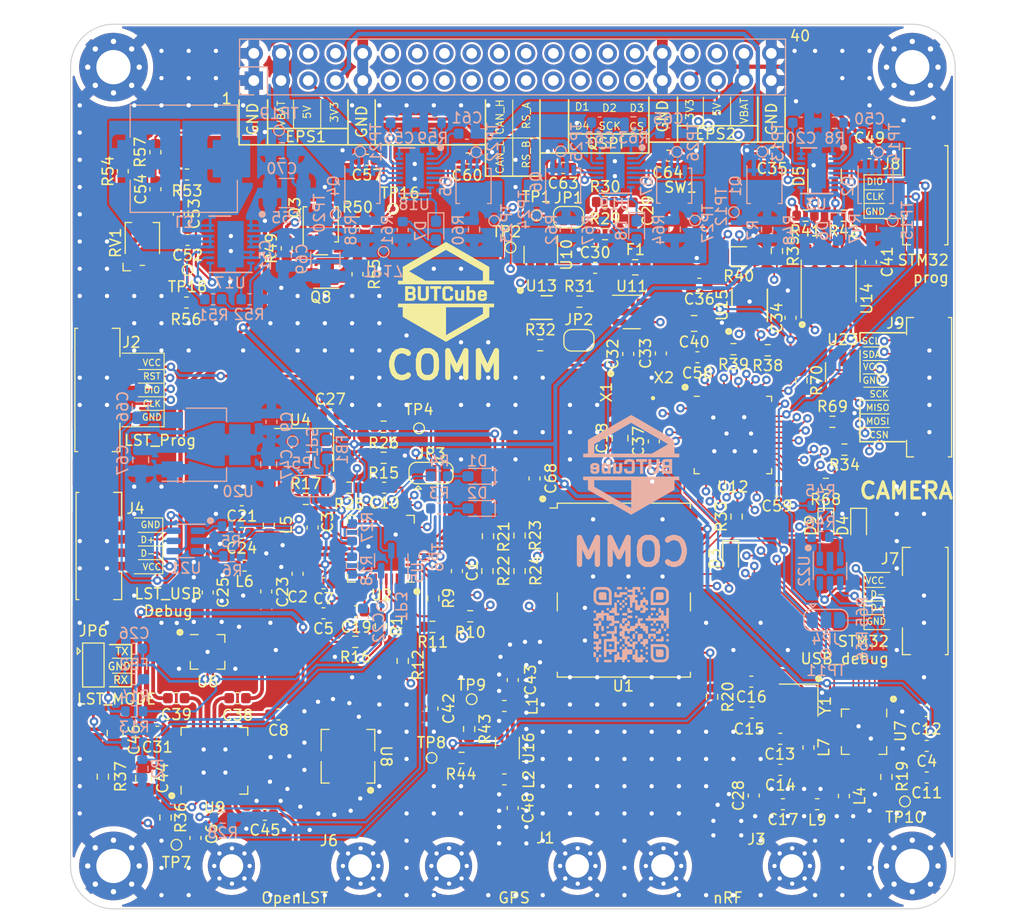
<source format=kicad_pcb>
(kicad_pcb (version 20211014) (generator pcbnew)

  (general
    (thickness 0.986)
  )

  (paper "A4")
  (layers
    (0 "F.Cu" power)
    (1 "In1.Cu" mixed)
    (2 "In2.Cu" mixed)
    (31 "B.Cu" power)
    (32 "B.Adhes" user "B.Adhesive")
    (33 "F.Adhes" user "F.Adhesive")
    (34 "B.Paste" user)
    (35 "F.Paste" user)
    (36 "B.SilkS" user "B.Silkscreen")
    (37 "F.SilkS" user "F.Silkscreen")
    (38 "B.Mask" user)
    (39 "F.Mask" user)
    (40 "Dwgs.User" user "User.Drawings")
    (41 "Cmts.User" user "User.Comments")
    (42 "Eco1.User" user "User.Eco1")
    (43 "Eco2.User" user "User.Eco2")
    (44 "Edge.Cuts" user)
    (45 "Margin" user)
    (46 "B.CrtYd" user "B.Courtyard")
    (47 "F.CrtYd" user "F.Courtyard")
    (48 "B.Fab" user)
    (49 "F.Fab" user)
    (50 "User.1" user)
    (51 "User.2" user)
    (52 "User.3" user)
    (53 "User.4" user)
    (54 "User.5" user)
    (55 "User.6" user)
    (56 "User.7" user)
    (57 "User.8" user)
    (58 "User.9" user)
  )

  (setup
    (stackup
      (layer "F.SilkS" (type "Top Silk Screen"))
      (layer "F.Paste" (type "Top Solder Paste"))
      (layer "F.Mask" (type "Top Solder Mask") (thickness 0.01))
      (layer "F.Cu" (type "copper") (thickness 0.018))
      (layer "dielectric 1" (type "core") (thickness 0.175) (material "FR4") (epsilon_r 4.5) (loss_tangent 0.02))
      (layer "In1.Cu" (type "copper") (thickness 0.035))
      (layer "dielectric 2" (type "prepreg") (thickness 0.51) (material "FR4") (epsilon_r 4.5) (loss_tangent 0.02))
      (layer "In2.Cu" (type "copper") (thickness 0.035))
      (layer "dielectric 3" (type "core") (thickness 0.175) (material "FR4") (epsilon_r 4.5) (loss_tangent 0.02))
      (layer "B.Cu" (type "copper") (thickness 0.018))
      (layer "B.Mask" (type "Bottom Solder Mask") (thickness 0.01))
      (layer "B.Paste" (type "Bottom Solder Paste"))
      (layer "B.SilkS" (type "Bottom Silk Screen"))
      (copper_finish "None")
      (dielectric_constraints no)
    )
    (pad_to_mask_clearance 0)
    (pcbplotparams
      (layerselection 0x00010fc_ffffffff)
      (disableapertmacros false)
      (usegerberextensions true)
      (usegerberattributes true)
      (usegerberadvancedattributes true)
      (creategerberjobfile true)
      (svguseinch false)
      (svgprecision 6)
      (excludeedgelayer false)
      (plotframeref false)
      (viasonmask false)
      (mode 1)
      (useauxorigin false)
      (hpglpennumber 1)
      (hpglpenspeed 20)
      (hpglpendiameter 15.000000)
      (dxfpolygonmode true)
      (dxfimperialunits true)
      (dxfusepcbnewfont true)
      (psnegative false)
      (psa4output false)
      (plotreference true)
      (plotvalue true)
      (plotinvisibletext false)
      (sketchpadsonfab false)
      (subtractmaskfromsilk false)
      (outputformat 1)
      (mirror false)
      (drillshape 0)
      (scaleselection 1)
      (outputdirectory "Gerber/comm")
    )
  )

  (net 0 "")
  (net 1 "Net-(C1-Pad1)")
  (net 2 "GND")
  (net 3 "+3V3")
  (net 4 "/OpenLST (Beacon)/PA_VAPC")
  (net 5 "+3V8")
  (net 6 "/OpenLST (Beacon)/VDD_USB_LST")
  (net 7 "Net-(C12-Pad1)")
  (net 8 "Net-(C13-Pad2)")
  (net 9 "Net-(C15-Pad1)")
  (net 10 "Net-(C16-Pad1)")
  (net 11 "Net-(C17-Pad1)")
  (net 12 "Net-(C17-Pad2)")
  (net 13 "/MCU/MCU_POWER")
  (net 14 "Net-(C19-Pad1)")
  (net 15 "/3V3 power share/VCC_EN")
  (net 16 "Net-(C21-Pad2)")
  (net 17 "Net-(C22-Pad1)")
  (net 18 "Net-(C23-Pad2)")
  (net 19 "Net-(C24-Pad1)")
  (net 20 "Net-(C24-Pad2)")
  (net 21 "Net-(C25-Pad2)")
  (net 22 "Net-(C26-Pad1)")
  (net 23 "Net-(C29-Pad1)")
  (net 24 "/3V3 power share/EPS#1")
  (net 25 "Net-(C35-Pad2)")
  (net 26 "Net-(C38-Pad1)")
  (net 27 "Net-(C38-Pad2)")
  (net 28 "Net-(C39-Pad1)")
  (net 29 "Net-(C39-Pad2)")
  (net 30 "/MCU/VREF")
  (net 31 "Net-(C42-Pad1)")
  (net 32 "Net-(C43-Pad1)")
  (net 33 "Net-(C43-Pad2)")
  (net 34 "Net-(C45-Pad1)")
  (net 35 "Net-(C45-Pad2)")
  (net 36 "Net-(C48-Pad1)")
  (net 37 "Net-(C48-Pad2)")
  (net 38 "Net-(C49-Pad1)")
  (net 39 "/3V3 power share/EPS#2")
  (net 40 "Net-(C50-Pad1)")
  (net 41 "VIN")
  (net 42 "Net-(C52-Pad1)")
  (net 43 "Net-(C52-Pad2)")
  (net 44 "Net-(C53-Pad1)")
  (net 45 "Net-(C54-Pad1)")
  (net 46 "/Power Convertor/VBAT1/VCC_EN")
  (net 47 "/Power Convertor/EPS#1_VBAT")
  (net 48 "Net-(C57-Pad2)")
  (net 49 "Net-(C60-Pad1)")
  (net 50 "/Power Convertor/EPS#2_VBAT")
  (net 51 "Net-(C61-Pad1)")
  (net 52 "/5V power share/VCC_EN")
  (net 53 "/5V power share/EPS#1")
  (net 54 "Net-(C63-Pad2)")
  (net 55 "Net-(C64-Pad1)")
  (net 56 "/5V power share/EPS#2")
  (net 57 "Net-(C65-Pad1)")
  (net 58 "/OpenLST (Beacon)/USB_POWER_LST")
  (net 59 "Net-(D1-Pad2)")
  (net 60 "Net-(D2-Pad2)")
  (net 61 "Net-(D3-Pad1)")
  (net 62 "Net-(D4-Pad1)")
  (net 63 "/MCU/CAN_L")
  (net 64 "/MCU/CAN_H")
  (net 65 "Net-(D6-Pad1)")
  (net 66 "Net-(D6-Pad2)")
  (net 67 "Net-(D7-Pad1)")
  (net 68 "Net-(D7-Pad2)")
  (net 69 "Net-(D8-Pad1)")
  (net 70 "Net-(D8-Pad2)")
  (net 71 "Net-(D9-Pad1)")
  (net 72 "Net-(F1-Pad2)")
  (net 73 "Net-(FB1-Pad1)")
  (net 74 "/OpenLST (Beacon)/PROG_DD")
  (net 75 "/OpenLST (Beacon)/PROG_DC")
  (net 76 "/OpenLST (Beacon)/~{LST_RESET}")
  (net 77 "/MCU/USB_POWER")
  (net 78 "/MCU/SWCLK")
  (net 79 "/MCU/SWDIO")
  (net 80 "/MCU/QSPI_D1{slash}CAM_CSN")
  (net 81 "/MCU/QSPI_D2{slash}CAM_MOSI")
  (net 82 "/MCU/QSPI_D3{slash}CAM_MISO")
  (net 83 "/MCU/CAM_SCK")
  (net 84 "+5V")
  (net 85 "/I2C_SDA")
  (net 86 "/I2C_SCL")
  (net 87 "unconnected-(J12-Pad6)")
  (net 88 "unconnected-(J12-Pad8)")
  (net 89 "unconnected-(J12-Pad11)")
  (net 90 "unconnected-(J12-Pad12)")
  (net 91 "unconnected-(J12-Pad13)")
  (net 92 "unconnected-(J12-Pad14)")
  (net 93 "unconnected-(J12-Pad15)")
  (net 94 "unconnected-(J12-Pad16)")
  (net 95 "unconnected-(J12-Pad17)")
  (net 96 "unconnected-(J12-Pad18)")
  (net 97 "/MCU/RS_485_~{B}")
  (net 98 "/MCU/RS_485_A")
  (net 99 "unconnected-(J12-Pad23)")
  (net 100 "unconnected-(J12-Pad24)")
  (net 101 "/MCU/QSPI_D0")
  (net 102 "/MCU/QSPI_SCK")
  (net 103 "/MCU/QSPI_NCS")
  (net 104 "unconnected-(J12-Pad34)")
  (net 105 "unconnected-(J12-Pad36)")
  (net 106 "Net-(JP1-Pad1)")
  (net 107 "/MCU/NRST")
  (net 108 "Net-(JP2-Pad1)")
  (net 109 "Net-(JP2-Pad2)")
  (net 110 "/OpenLST (Beacon)/RF_EN")
  (net 111 "/OpenLST (Beacon)/RF_EN_MCU")
  (net 112 "/OpenLST (Beacon)/RF_PWR_EN")
  (net 113 "Net-(JP4-Pad3)")
  (net 114 "/MCU/VDD_USB")
  (net 115 "Net-(L3-Pad1)")
  (net 116 "Net-(L3-Pad2)")
  (net 117 "Net-(L4-Pad1)")
  (net 118 "Net-(L4-Pad2)")
  (net 119 "Net-(Q1-Pad5)")
  (net 120 "Net-(Q1-Pad4)")
  (net 121 "Net-(Q2-Pad4)")
  (net 122 "Net-(Q2-Pad5)")
  (net 123 "Net-(Q3-Pad4)")
  (net 124 "Net-(Q3-Pad5)")
  (net 125 "Net-(Q4-Pad5)")
  (net 126 "Net-(Q4-Pad4)")
  (net 127 "Net-(Q5-Pad4)")
  (net 128 "Net-(Q5-Pad5)")
  (net 129 "Net-(Q6-Pad5)")
  (net 130 "Net-(Q6-Pad4)")
  (net 131 "Net-(Q7-Pad4)")
  (net 132 "Net-(Q7-Pad5)")
  (net 133 "/OpenLST (Beacon)/~{LST_RX_MODE}")
  (net 134 "/OpenLST (Beacon)/LST_TX_MODE")
  (net 135 "Net-(R3-Pad2)")
  (net 136 "Net-(R4-Pad2)")
  (net 137 "Net-(R5-Pad1)")
  (net 138 "/OpenLST (Beacon)/USB_N")
  (net 139 "/OpenLST (Beacon)/USB_P")
  (net 140 "Net-(R6-Pad2)")
  (net 141 "Net-(R8-Pad2)")
  (net 142 "Net-(R9-Pad1)")
  (net 143 "/OpenLST (Beacon)/UART0_CTS")
  (net 144 "Net-(R10-Pad1)")
  (net 145 "/OpenLST (Beacon)/UART0_RTS")
  (net 146 "Net-(R11-Pad1)")
  (net 147 "/OpenLST (Beacon)/UART0_RX")
  (net 148 "Net-(R12-Pad1)")
  (net 149 "/OpenLST (Beacon)/UART0_TX")
  (net 150 "Net-(R15-Pad2)")
  (net 151 "Net-(R16-Pad2)")
  (net 152 "Net-(R17-Pad1)")
  (net 153 "Net-(R17-Pad2)")
  (net 154 "Net-(R19-Pad2)")
  (net 155 "/OpenLST (Beacon)/AN0")
  (net 156 "/OpenLST (Beacon)/AN1")
  (net 157 "Net-(R25-Pad2)")
  (net 158 "/OpenLST (Beacon)/RF_BYP")
  (net 159 "Net-(R32-Pad1)")
  (net 160 "/MCU/LED2")
  (net 161 "/MCU/CAN_RS")
  (net 162 "/MCU/RS_485_R_EN")
  (net 163 "/MCU/RS_485_T_EN")
  (net 164 "Net-(R43-Pad2)")
  (net 165 "Net-(R44-Pad1)")
  (net 166 "Net-(R44-Pad2)")
  (net 167 "Net-(R45-Pad1)")
  (net 168 "/MCU/USB_N")
  (net 169 "/MCU/USB_P")
  (net 170 "Net-(R46-Pad2)")
  (net 171 "Net-(R51-Pad2)")
  (net 172 "Net-(R52-Pad1)")
  (net 173 "Net-(R54-Pad2)")
  (net 174 "Net-(R59-Pad2)")
  (net 175 "Net-(R63-Pad2)")
  (net 176 "unconnected-(U1-Pad1)")
  (net 177 "unconnected-(U1-Pad3)")
  (net 178 "/GPS Module/IRQ")
  (net 179 "unconnected-(U1-Pad5)")
  (net 180 "unconnected-(U1-Pad6)")
  (net 181 "/GPS Module/RESET")
  (net 182 "unconnected-(U1-Pad15)")
  (net 183 "unconnected-(U1-Pad16)")
  (net 184 "unconnected-(U1-Pad17)")
  (net 185 "/GPS Module/TXD")
  (net 186 "/GPS Module/RXD")
  (net 187 "unconnected-(U2-Pad8)")
  (net 188 "unconnected-(U2-Pad18)")
  (net 189 "unconnected-(U2-Pad20)")
  (net 190 "/MCU/NRF_CE")
  (net 191 "/MCU/NRF_SPI_CSN")
  (net 192 "/MCU/NRF_SPI_SCK")
  (net 193 "/MCU/NRF_SPI_MOSI")
  (net 194 "/MCU/NRF_SPI_MISO")
  (net 195 "/MCU/NRF_IRQ")
  (net 196 "Net-(U8-Pad2)")
  (net 197 "Net-(U8-Pad6)")
  (net 198 "unconnected-(U9-Pad14)")
  (net 199 "unconnected-(U9-Pad16)")
  (net 200 "unconnected-(U9-Pad25)")
  (net 201 "unconnected-(U10-Pad3)")
  (net 202 "/MCU/WDG_RESET")
  (net 203 "unconnected-(U11-Pad3)")
  (net 204 "unconnected-(U12-Pad1)")
  (net 205 "/MCU/LSE")
  (net 206 "/MCU/HSE")
  (net 207 "/MCU/CAN_RX")
  (net 208 "/MCU/CAN_TX")
  (net 209 "unconnected-(U13-Pad3)")
  (net 210 "/MCU/RS_485_R")
  (net 211 "/MCU/RS_485_T")
  (net 212 "unconnected-(U15-Pad7)")
  (net 213 "Net-(JP6-Pad3)")
  (net 214 "/camera/CAM_VCC")
  (net 215 "Net-(R70-Pad1)")
  (net 216 "Net-(J4-Pad2)")
  (net 217 "Net-(J4-Pad3)")
  (net 218 "Net-(J7-Pad2)")
  (net 219 "Net-(J7-Pad3)")
  (net 220 "Net-(JP6-Pad1)")
  (net 221 "unconnected-(X1-Pad1)")

  (footprint "Capacitor_SMD:C_0805_2012Metric_Pad1.18x1.45mm_HandSolder" (layer "F.Cu") (at 143.1544 71.9044))

  (footprint "TCY_Buttons:KMT031NGJLHS" (layer "F.Cu") (at 141.8844 61.5881))

  (footprint "Resistor_SMD:R_0603_1608Metric" (layer "F.Cu") (at 93.853 117.983 90))

  (footprint "Resistor_SMD:R_0603_1608Metric" (layer "F.Cu") (at 157.099 61.849 180))

  (footprint "Package_DFN_QFN:QFN-20-1EP_4x4mm_P0.5mm_EP2.5x2.5mm" (layer "F.Cu") (at 159.004 109.982 -90))

  (footprint "MountingHole:MountingHole_3.2mm_M3_Pad_Via" (layer "F.Cu") (at 163.5 122.5))

  (footprint "Resistor_SMD:R_0603_1608Metric" (layer "F.Cu") (at 123.9266 91.7448 90))

  (footprint "Capacitor_SMD:C_0603_1608Metric" (layer "F.Cu") (at 94.8583 106.8505))

  (footprint "Resistor_SMD:R_1206_3216Metric" (layer "F.Cu") (at 147.32 65.659 180))

  (footprint "Inductor_SMD:L_0603_1608Metric" (layer "F.Cu") (at 103.492 90.678 -90))

  (footprint "Resistor_SMD:R_0603_1608Metric" (layer "F.Cu") (at 121.4628 112.4204))

  (footprint "MountingHole:MountingHole_3.2mm_M3_Pad_Via" (layer "F.Cu") (at 89 48))

  (footprint "Capacitor_SMD:C_0603_1608Metric" (layer "F.Cu") (at 100.965 88.392))

  (footprint "TCY_Connector:Amphenol 10114830-10104LF 1x04 Horizontal" (layer "F.Cu") (at 88.265 92.6592 -90))

  (footprint "Capacitor_SMD:C_0603_1608Metric" (layer "F.Cu") (at 128.27 86.36 90))

  (footprint "Capacitor_SMD:C_0603_1608Metric" (layer "F.Cu") (at 152.146 71.374 90))

  (footprint "Resistor_SMD:R_0603_1608Metric" (layer "F.Cu") (at 153.162 77.216 -90))

  (footprint "Capacitor_SMD:C_0603_1608Metric" (layer "F.Cu") (at 114.2492 87.2236 180))

  (footprint "Inductor_SMD:L_0603_1608Metric" (layer "F.Cu") (at 125.45 114.427 180))

  (footprint "RF_GPS:ublox_NEO" (layer "F.Cu") (at 136.6012 96.774))

  (footprint "Package_TO_SOT_SMD:SOT-23-6_Handsoldering" (layer "F.Cu") (at 157.0228 76.454 -90))

  (footprint "Capacitor_SMD:C_0603_1608Metric" (layer "F.Cu") (at 108.585 96.139 180))

  (footprint "Inductor_SMD:L_0603_1608Metric" (layer "F.Cu") (at 105.156 64.897 90))

  (footprint "Resistor_SMD:R_0603_1608Metric" (layer "F.Cu") (at 161.0868 114.1984 90))

  (footprint "Jumper:SolderJumper-2_P1.3mm_Open_RoundedPad1.0x1.5mm" (layer "F.Cu") (at 132.4108 73.4753 180))

  (footprint "Capacitor_SMD:C_0603_1608Metric" (layer "F.Cu") (at 118.745 107.823 -90))

  (footprint "Jumper:SolderJumper-2_P1.3mm_Open_RoundedPad1.0x1.5mm" (layer "F.Cu") (at 131.4456 61.9945))

  (footprint "Inductor_SMD:L_0603_1608Metric" (layer "F.Cu") (at 95.8596 58.0136))

  (footprint "Capacitor_SMD:C_0603_1608Metric" (layer "F.Cu") (at 133.9218 66.7189))

  (footprint "Capacitor_SMD:C_0603_1608Metric" (layer "F.Cu") (at 126.24 105.156 -90))

  (footprint "Capacitor_SMD:C_0603_1608Metric" (layer "F.Cu") (at 151.1938 113.538))

  (footprint "MountingHole:MountingHole_3.2mm_M3_Pad_Via" (layer "F.Cu") (at 163.5 48))

  (footprint "Resistor_SMD:R_0603_1608Metric" (layer "F.Cu") (at 111.5568 101.6 180))

  (footprint "Resistor_SMD:R_0603_1608Metric" (layer "F.Cu") (at 118.8212 97.536 -90))

  (footprint "Resistor_SMD:R_0603_1608Metric" (layer "F.Cu") (at 134.8492 60.5721))

  (footprint "Resistor_SMD:R_0603_1608Metric" (layer "F.Cu") (at 157.1752 83.6676 180))

  (footprint "Capacitor_SMD:C_0603_1608Metric" (layer "F.Cu") (at 122.0216 56.515))

  (footprint "TCY_Connector:TestPoint_Pad_D0.5mm" (layer "F.Cu") (at 122.4026 106.947))

  (footprint "Resistor_SMD:R_0603_1608Metric" (layer "F.Cu") (at 126.873 94.996 90))

  (footprint "Resistor_SMD:R_0603_1608Metric" (layer "F.Cu") (at 115.9764 103.378 -90))

  (footprint "Capacitor_SMD:C_0603_1608Metric" (layer "F.Cu") (at 139.3952 82.9056 90))

  (footprint "Resistor_SMD:R_0603_1608Metric" (layer "F.Cu") (at 110.998 87.2236))

  (footprint "Resistor_SMD:R_0603_1608Metric" (layer "F.Cu") (at 113.9444 100.1268 90))

  (footprint "footprints:iPEX" (layer "F.Cu") (at 146.25 122.5 180))

  (footprint "Capacitor_SMD:C_0603_1608Metric" (layer "F.Cu") (at 148.717 115.938 90))

  (footprint "Capacitor_SMD:C_0603_1608Metric" (layer "F.Cu") (at 164.846 114.2492 180))

  (footprint "Capacitor_SMD:C_0603_1608Metric" (layer "F.Cu") (at 112.649 56.642))

  (footprint "Inductor_SMD:L_0603_1608Metric" (layer "F.Cu") (at 153.8224 111.4552 -90))

  (footprint "Capacitor_SMD:C_0603_1608Metric" (layer "F.Cu") (at 137.414 61.3849 -90))

  (footprint "Capacitor_SMD:C_0603_1608Metric" (layer "F.Cu") (at 159.517223 56.0263))

  (footprint "Resistor_SMD:R_0603_1608Metric" (layer "F.Cu") (at 144.8308 106.7308 90))

  (footprint "Resistor_SMD:R_0603_1608Metric" (layer "F.Cu") (at 123.8758 94.996 90))

  (footprint "footprints:iPEX" (layer "F.Cu") (at 106 122.5 180))

  (footprint "Capacitor_SMD:C_0603_1608Metric" (layer "F.Cu") (at 100.952 91.44 180))

  (footprint "TCY_Connector:TestPoint_Pad_D0.5mm" (layer "F.Cu") (at 117.5004 81.6864))

  (footprint "Package_DFN_QFN:DFN-10-1EP_3x3mm_P0.5mm_EP1.55x2.48mm" (layer "F.Cu")
    (tedit 5EA4BECA) (tstamp 64263d5c-9427-4c92-a73a-afe8e63e20fb)
    (at 148.336 70.2056 90)
    (descr "10-Lead Plastic Dual Flat, No Lead Package (MF) - 3x3x0.9 mm Body [DFN] (see Microchip Packaging Specification 00000049BS.pdf)")
    (tags "DFN 0.5")
    (property "Sheetfile" "mcu_comm.kicad_sch")
    (property "Sheetname" "MCU")
    (path "/81a5172c-b171-400d-8856-41d6e486bdd1/a66e8b44-b972-4f7b-ba80-f64e58de1944")
    (attr smd)
    (fp_text reference "U15" (at 0 -2.575 90) (layer "F.SilkS")
      (effects (font (size 1 1) (thickness 0.15)))
      (tstamp af58d6aa-33e4-4da2-8ea3-2304125e31c0)
    )
    (fp_text value "MAX13430ETB+" (at 0 2.575 90) (layer "F.Fab")
      (effects (font (size 1 1) (thickness 0.15)))
      (tstamp 94937ca0-c1d9-424d-88cf-010fb503f8a5)
    )
    (fp_text user "${REFERENCE}" (at 0 0 90) (layer "F.Fab")
      (effects (font (size 0.7 0.7) (thickness 0.105)))
      (tstamp 67a55320-79e2-4952-9d6a-671cbdcfc9f7)
    )
    (fp_line (start -1.5 1.65) (end 1.5 1.65) (layer "F.SilkS") (width 0.15) (tstamp 47b3834c-8a87-4af3-9143-c88b9cd89304))
    (fp_line (start 0 -1.65) (end 1.5 -1.65) (layer "F.SilkS") (width 0.15) (tstamp adc74667-5dec-4b95-9d35-ffc7db9ad260))
    (fp_line (start -2.15 -1.85) (end -2.15 1.85) (layer "F.CrtYd") (width 0.05) (tstamp 20c401b1-c1bb-42cd-8ef2-fd89663a6cf3))
    (fp_line (start -2.15 1.85) (end 2.15 1.85) (layer "F.CrtYd") (width 0.05) (tstamp a7098063-91db-4dae-8c97-631051e8de0e))
    (fp_line (start 2.15 -1.85) (end 2.15 1.85) (layer "F.CrtYd") (width 0.05) (tstamp d1594cc0-0357-4de5-8d76-bb3a044297b2))
    (fp_line (start -2.15 -1.85) (end 2.15 -1.85) (layer "F.CrtYd") (width 0.05) (tstamp d500cfb3-be5f-4c90-8432-d0e5e29eda2a))
    (fp_line (start -1.5 -0.5) (end -0.5 -1.5) (layer "F.Fab") (width 0.15) (tstamp 4013842c-f594-4f18-a07a-785be971cdaf))
    (fp_line (start -1.5 1.5) (end -1.5 -0.5) (layer "F.Fab") (width 0.15) (tstamp 68cc97a1-6c76-411f-a28b-36162918d55d))
    (fp_line (start 1.5 1.5) (end -1.5 1.5) (layer "F.Fab") (width 0.15) (tstamp 6a2b63d3-b52c-4af8-b72e-63fe811d3d24))
    (fp_line (start 1.5 -1.5) (end 1.5 1.5) (layer "F.Fab") (width 0.15) (tstamp b6b0b082-3ad5-486d-9247-7e4db31838ef))
    (fp_line (start -0.5 -1.5) (end 1.5 -1.5) (layer "F.Fab") (width 0.15) (tstamp c40a33aa-f777-4109-9efd-12123c039897))
    (pad "" smd rect locked (at 0.3875 0.62 90) (size 0.6 1.05) (layers "F.Paste") (tstamp 13432df8-5be2-422d-b431-13bedccbff4d))
    (pad "" smd rect locked (at -0.3875 -0.62 90) (size 0.6 1.05) (layers "F.Paste") (tstamp 4be9d67c-a6f3-435e-8133-0f53bd74a878))
    (pad "" smd rect locked (at -0.3875 0.62 90) (size
... [4142715 chars truncated]
</source>
